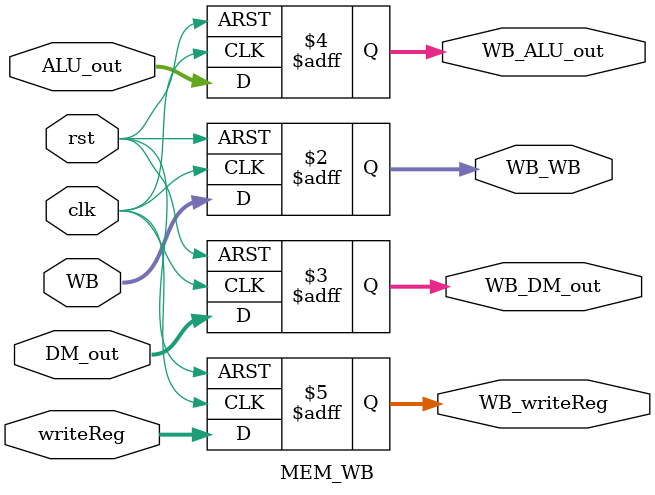
<source format=v>
`timescale 1ns/1ns

module MEM_WB (input clk, rst, input [1:0] WB, input [31:0] DM_out, ALU_out, input [4:0] writeReg,
               output reg [1:0] WB_WB, output reg [31:0] WB_DM_out, WB_ALU_out, output reg [4:0] WB_writeReg);

  always @(posedge clk, posedge rst) begin
   if (rst) begin
     WB_WB <= 2'b0;
     {WB_DM_out, WB_ALU_out} <= 64'b0;
     WB_writeReg <= 5'b0;
   end
   else begin
   WB_WB <= WB;
   {WB_DM_out, WB_ALU_out} <= {DM_out, ALU_out};
   WB_writeReg <= writeReg;
   end
  end

endmodule

</source>
